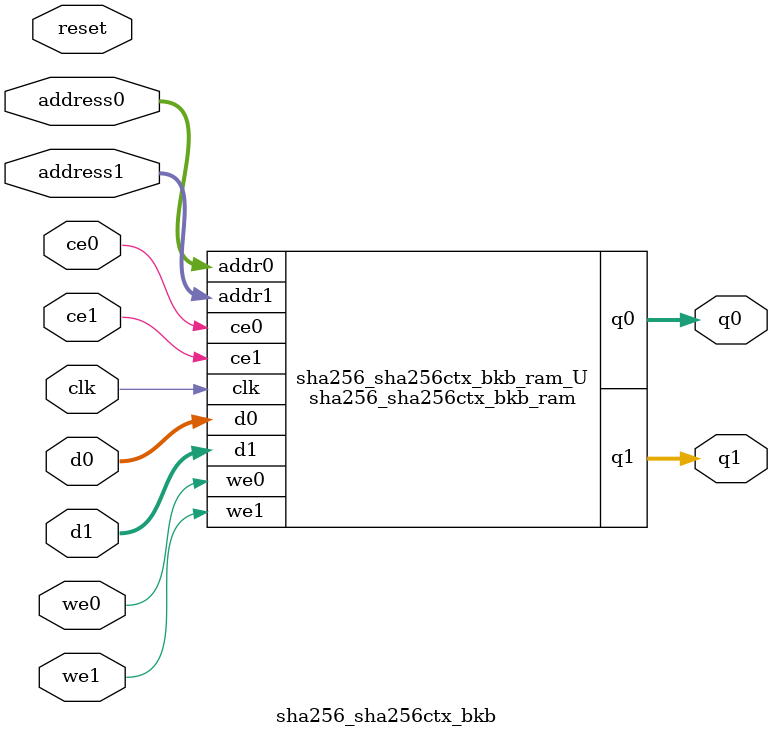
<source format=v>

`timescale 1 ns / 1 ps
module sha256_sha256ctx_bkb_ram (addr0, ce0, d0, we0, q0, addr1, ce1, d1, we1, q1,  clk);

parameter DWIDTH = 8;
parameter AWIDTH = 6;
parameter MEM_SIZE = 64;

input[AWIDTH-1:0] addr0;
input ce0;
input[DWIDTH-1:0] d0;
input we0;
output reg[DWIDTH-1:0] q0;
input[AWIDTH-1:0] addr1;
input ce1;
input[DWIDTH-1:0] d1;
input we1;
output reg[DWIDTH-1:0] q1;
input clk;

(* ram_style = "block" *)reg [DWIDTH-1:0] ram[0:MEM_SIZE-1];




always @(posedge clk)  
begin 
    if (ce0) 
    begin
        if (we0) 
        begin 
            ram[addr0] <= d0; 
            q0 <= d0;
        end 
        else 
            q0 <= ram[addr0];
    end
end


always @(posedge clk)  
begin 
    if (ce1) 
    begin
        if (we1) 
        begin 
            ram[addr1] <= d1; 
            q1 <= d1;
        end 
        else 
            q1 <= ram[addr1];
    end
end


endmodule


`timescale 1 ns / 1 ps
module sha256_sha256ctx_bkb(
    reset,
    clk,
    address0,
    ce0,
    we0,
    d0,
    q0,
    address1,
    ce1,
    we1,
    d1,
    q1);

parameter DataWidth = 32'd8;
parameter AddressRange = 32'd64;
parameter AddressWidth = 32'd6;
input reset;
input clk;
input[AddressWidth - 1:0] address0;
input ce0;
input we0;
input[DataWidth - 1:0] d0;
output[DataWidth - 1:0] q0;
input[AddressWidth - 1:0] address1;
input ce1;
input we1;
input[DataWidth - 1:0] d1;
output[DataWidth - 1:0] q1;



sha256_sha256ctx_bkb_ram sha256_sha256ctx_bkb_ram_U(
    .clk( clk ),
    .addr0( address0 ),
    .ce0( ce0 ),
    .d0( d0 ),
    .we0( we0 ),
    .q0( q0 ),
    .addr1( address1 ),
    .ce1( ce1 ),
    .d1( d1 ),
    .we1( we1 ),
    .q1( q1 ));

endmodule


</source>
